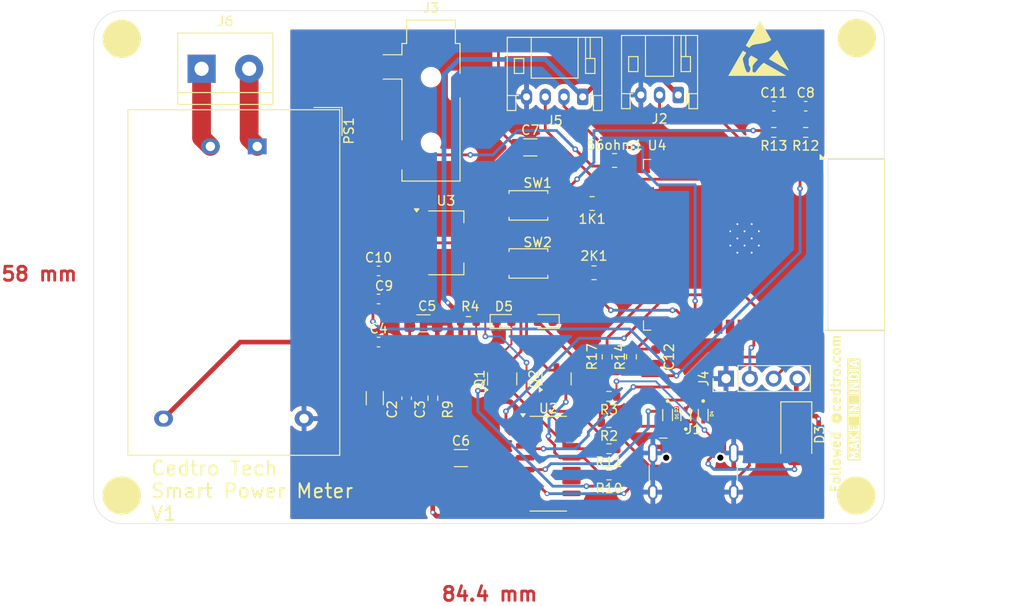
<source format=kicad_pcb>
(kicad_pcb (version 20241229) (generator "pcbnew") (generator_version "9.0")
  (layers (0 "F.Cu" signal) (2 "B.Cu" signal) (13 "F.Paste" user) (15 "B.Paste" user) (5 "F.SilkS" user "F.Silkscreen") (7 "B.SilkS" user "B.Silkscreen") (1 "F.Mask" user) (3 "B.Mask" user) (25 "Edge.Cuts" user))
  (net 0 "")
  (net 1 "GND")
  (net 2 "+5V")
  (net 3 "Net-(U3-VI)")
  (net 4 "Net-(U2-V3)")
  (net 5 "+3V3")
  (net 6 "ESP_3V3")
  (net 7 "EN")
  (net 8 "IO0")
  (net 9 "VBUS")
  (net 10 "Net-(D5-A)")
  (net 11 "Net-(D14-A)")
  (net 12 "Net-(J1-CC1)")
  (net 13 "D-")
  (net 14 "D+")
  (net 17 "Net-(J1-CC2)")
  (net 18 "N")
  (net 19 "P")
  (net 20 "SDA")
  (net 21 "SCL")
  (net 22 "Net-(Q1-B)")
  (net 23 "RTS")
  (net 24 "DTR")
  (net 25 "Net-(Q2-B)")
  (net 26 "LED{slash}IO2")
  (net 27 "RXD")
  (net 33 "TXD")
  (net 59 "Tx-PZEM")
  (net 60 "Net-(J5-Pin_3)")
  (net 61 "Vo")
  (net 62 "Net-(56ohm1-Pad1)")
  (net 63 "Current_Val")
  (net 65 "Rx-PZEM")
  (footprint "Connector_USB:USB_C_Receptacle_HCTL_HC-TYPE-C-16P-01A" (layer "F.Cu") (at 144.0125 92.36)
    (property "Reference" "J1")
    (property "Value" "USB_C_Receptacle_USB2.0_16P" (hide yes))
  )
  (footprint "Resistor_SMD:R_0603_1608Metric" (layer "F.Cu") (at 134.8125 78.975 90)
    (property "Reference" "R17")
    (property "Value" "2K2")
  )
  (footprint "Connector_PinHeader_2.54mm:PinHeader_1x04_P2.54mm_Vertical" (layer "F.Cu") (at 147.5125 81.3 90)
    (property "Reference" "J4")
    (property "Value" "Conn_01x04_Pin")
  )
  (footprint "Connector_JST:JST_PH_S3B-PH-K_1x03_P2.00mm_Horizontal" (layer "F.Cu") (at 142.4125 51 180)
    (property "Reference" "J2")
    (property "Value" "ACS712")
  )
  (footprint "Resistor_SMD:R_0603_1608Metric" (layer "F.Cu") (at 116.2125 83.4 90)
    (property "Reference" "R9")
    (property "Value" "0E")
  )
  (footprint "Package_TO_SOT_SMD:SOT-23" (layer "F.Cu") (at 129.4125 81.3375 90)
    (property "Reference" "Q2")
    (property "Value" "SS8050")
  )
  (footprint "TerminalBlock:TerminalBlock_bornier-2_P5.08mm" (layer "F.Cu") (at 91.52 48.2)
    (property "Reference" "J6")
    (property "Value" "Screw_Terminal_01x02")
  )
  (footprint "Capacitor_SMD:C_1206_3216Metric" (layer "F.Cu") (at 126.6125 56.6)
    (property "Reference" "C7")
    (property "Value" "10uF")
  )
  (footprint "Capacitor_SMD:C_1206_3216Metric" (layer "F.Cu") (at 115.2125 75.4)
    (property "Reference" "C5")
    (property "Value" "10uF")
  )
  (footprint "Resistor_SMD:R_0603_1608Metric" (layer "F.Cu") (at 135.0125 88.8 180)
    (property "Reference" "R11")
    (property "Value" "10k")
  )
  (footprint "Resistor_SMD:R_0603_1608Metric" (layer "F.Cu") (at 152.6125 55 180)
    (property "Reference" "R13")
    (property "Value" "10K")
  )
  (footprint "Package_SO:SOIC-16_3.9x9.9mm_P1.27mm" (layer "F.Cu") (at 128.5375 90.395)
    (property "Reference" "U2")
    (property "Value" "CH340C")
  )
  (footprint "LED_SMD:LED_0603_1608Metric" (layer "F.Cu") (at 128.2125 75.2 180)
    (property "Reference" "D14" (hide yes))
    (property "Value" "LED")
  )
  (footprint "Capacitor_SMD:C_0603_1608Metric" (layer "F.Cu") (at 156.0125 52.2)
    (property "Reference" "C8")
    (property "Value" "0.1uF")
  )
  (footprint "Resistor_SMD:R_0805_2012Metric" (layer "F.Cu") (at 135.6125 58)
    (property "Reference" "56ohm1")
    (property "Value" "56")
  )
  (footprint "Capacitor_SMD:C_0603_1608Metric" (layer "F.Cu") (at 140.0125 78.975 -90)
    (property "Reference" "C12")
    (property "Value" "0.1uf")
  )
  (footprint "Package_TO_SOT_SMD:SOT-223-3_TabPin2" (layer "F.Cu") (at 117.6125 66.8)
    (property "Reference" "U3")
    (property "Value" "AMS1117-3.3")
  )
  (footprint "somediode:TVS_LESD5D5.0CT1G" (layer "F.Cu") (at 141.2725 85.2 -90)
    (property "Reference" "D2")
    (property "Value" "LESD5D5.0CT1G")
  )
  (footprint "RF_Module:ESP32-WROOM-32" (layer "F.Cu") (at 148.5775 67.005 -90)
    (property "Reference" "U4")
    (property "Value" "ESP32-WROOM-32")
  )
  (footprint "somediode:TVS_LESD5D5.0CT1G" (layer "F.Cu") (at 145.0725 85.2 -90)
    (property "Reference" "D4")
    (property "Value" "LESD5D5.0CT1G")
  )
  (footprint "Capacitor_SMD:C_0603_1608Metric" (layer "F.Cu") (at 110.4125 77.4)
    (property "Reference" "C4")
    (property "Value" "10uF/25V")
  )
  (footprint "Resistor_SMD:R_0805_2012Metric" (layer "F.Cu") (at 133.2125 62.6 180)
    (property "Reference" "1K1")
    (property "Value" "1K")
  )
  (footprint "Package_TO_SOT_SMD:SOT-23" (layer "F.Cu") (at 123.6125 81.3375 90)
    (property "Reference" "Q1")
    (property "Value" "SS8050")
  )
  (footprint "somediode:TVS_LESD5D5.0CT1G" (layer "F.Cu") (at 143.2125 85.2 90)
    (property "Reference" "D1")
    (property "Value" "LESD5D5.0CT1G")
  )
  (footprint "Resistor_SMD:R_0603_1608Metric" (layer "F.Cu") (at 135.0125 83.2 180)
    (property "Reference" "R3")
    (property "Value" "5.1K")
  )
  (footprint "Capacitor_SMD:C_1206_3216Metric" (layer "F.Cu") (at 119.2125 89.8)
    (property "Reference" "C6")
    (property "Value" "10nf")
  )
  (footprint "Resistor_SMD:R_0603_1608Metric" (layer "F.Cu") (at 156.0125 55 180)
    (property "Reference" "R12")
    (property "Value" "0E")
  )
  (footprint "Resistor_SMD:R_0805_2012Metric" (layer "F.Cu") (at 133.4125 70)
    (property "Reference" "2K1")
    (property "Value" "56")
  )
  (footprint "Resistor_SMD:R_0603_1608Metric" (layer "F.Cu") (at 135.0125 86 180)
    (property "Reference" "R2")
    (property "Value" "5.1K")
  )
  (footprint "Capacitor_SMD:C_0603_1608Metric" (layer "F.Cu") (at 113.4125 83.4 -90)
    (property "Reference" "C3")
    (property "Value" "0.1uF")
  )
  (footprint "Resistor_SMD:R_0603_1608Metric" (layer "F.Cu") (at 120.0125 75.2 180)
    (property "Reference" "R4")
    (property "Value" "2K2")
  )
  (footprint "Resistor_SMD:R_0603_1608Metric" (layer "F.Cu") (at 137.4125 78.975 90)
    (property "Reference" "R14")
    (property "Value" "10k")
  )
  (footprint "LED_SMD:LED_0603_1608Metric" (layer "F.Cu") (at 123.8125 75.2)
    (property "Reference" "D5")
    (property "Value" "LED")
  )
  (footprint "Diode_SMD:D_SMA" (layer "F.Cu") (at 155.0125 87.3 -90)
    (property "Reference" "D3")
    (property "Value" "SS34")
  )
  (footprint "Capacitor_SMD:C_0603_1608Metric" (layer "F.Cu") (at 152.6125 52.2)
    (property "Reference" "C11")
    (property "Value" "0.1uf")
  )
  (footprint "Connector_JST:JST_PH_S4B-PH-K_1x04_P2.00mm_Horizontal" (layer "F.Cu") (at 132.2125 51.2 180)
    (property "Reference" "J5")
    (property "Value" "PZEM-004T")
  )
  (footprint "Connector_Audio:Jack_3.5mm_CUI_SJ-3523-SMT_Horizontal" (layer "F.Cu") (at 116.0125 51.6)
    (property "Reference" "J3")
    (property "Value" "AudioJack3")
  )
  (footprint "Capacitor_SMD:C_1206_3216Metric" (layer "F.Cu") (at 110.0125 83.4 -90)
    (property "Reference" "C2")
    (property "Value" "10uF")
  )
  (footprint "Resistor_SMD:R_0603_1608Metric" (layer "F.Cu") (at 135.0125 91.6 180)
    (property "Reference" "R10")
    (property "Value" "10k")
  )
  (footprint "Button_Switch_SMD:SW_Push_SPST_NO_Alps_SKRK" (layer "F.Cu") (at 126.4125 62.8)
    (property "Reference" "SW1")
    (property "Value" "SW_Push")
  )
  (footprint "Capacitor_SMD:C_0603_1608Metric" (layer "F.Cu") (at 110.4125 69.8)
    (property "Reference" "C10")
    (property "Value" "0.1uf")
  )
  (footprint "Converter_ACDC:Converter_ACDC_Hi-Link_HLK-PMxx" (layer "F.Cu") (at 97.4625 56.4975 -90)
    (property "Reference" "PS1")
    (property "Value" "HLK-PM01")
  )
  (footprint "Capacitor_SMD:C_0603_1608Metric" (layer "F.Cu") (at 110.4125 72.8)
    (property "Reference" "C9")
    (property "Value" "0.1uf")
  )
  (footprint "Button_Switch_SMD:SW_Push_SPST_NO_Alps_SKRK" (layer "F.Cu") (at 126.4125 69)
    (property "Reference" "SW2")
    (property "Value" "SW_Push")
  )
  (footprint "Symbol:ESD-Logo_6.6x6mm_SilkScreen" (layer "F.Cu") (at 151 46)
    (property "Reference" "REF**" (hide yes))
    (property "Value" "ESD-Logo_6.6x6mm_SilkScreen" (hide yes))
  )
  (gr_circle (center 83 93.8) (end 85 93.8) (stroke (width 0.1)) (fill yes) (layer "F.SilkS"))
  (gr_circle (center 161.4 93.8) (end 163.4 93.8) (stroke (width 0.1)) (fill yes) (layer "F.SilkS"))
  (gr_circle (center 161.478679 44.921321) (end 163.478679 44.921321) (stroke (width 0.1)) (fill yes) (layer "F.SilkS"))
  (gr_circle (center 83.000001 45.000001) (end 85.000001 45.000001) (stroke (width 0.1)) (fill yes) (layer "F.SilkS"))
  (gr_line (start 164.4 76.2) (end 158.4 76.2) (stroke (width 0.05)) (layer "Edge.Cuts"))
  (gr_arc (start 164.4 93.8) (mid 163.52132 95.92132) (end 161.4 96.8) (stroke (width 0.05)) (layer "Edge.Cuts"))
  (gr_line (start 158.399999 57.8) (end 158.4 76.2) (stroke (width 0.05)) (layer "Edge.Cuts"))
  (gr_line (start 80 45) (end 80 93.8) (stroke (width 0.05)) (layer "Edge.Cuts"))
  (gr_line (start 164.399999 44.92132) (end 164.4 57.8) (stroke (width 0.05)) (layer "Edge.Cuts"))
  (gr_arc (start 161.47868 42) (mid 163.544365 42.855635) (end 164.4 44.92132) (stroke (width 0.05)) (layer "Edge.Cuts"))
  (gr_line (start 83 42) (end 161.4787 42) (stroke (width 0.05)) (layer "Edge.Cuts"))
  (gr_line (start 164.4 93.8) (end 164.4 76.2) (stroke (width 0.05)) (layer "Edge.Cuts"))
  (gr_arc (start 83 96.8) (mid 80.87868 95.92132) (end 80 93.8) (stroke (width 0.05)) (layer "Edge.Cuts"))
  (gr_line (start 83 96.8) (end 161.4 96.8) (stroke (width 0.05)) (layer "Edge.Cuts"))
  (gr_arc (start 80 45) (mid 80.87868 42.87868) (end 83 42) (stroke (width 0.05)) (layer "Edge.Cuts"))
  (gr_line (start 164.4 57.8) (end 158.4 57.8) (stroke (width 0.05)) (layer "Edge.Cuts"))
  (gr_text "84.4 mm" (at 117 105.2 0) (layer "F.Cu") (effects (font (size 1.5 1.5) (thickness 0.3) (bold yes)) (justify left bottom)))
  (gr_text "58 mm\n" (at 70 71 0) (layer "F.Cu") (effects (font (size 1.5 1.5) (thickness 0.3) (bold yes)) (justify left bottom)))
  (gr_text "Followed @cedtro.com" (at 159.8 93.6 90) (layer "F.SilkS") (effects (font (size 1 1) (thickness 0.2) (bold yes)) (justify left bottom)))
  (gr_text "Cedtro Tech\nSmart Power Meter\nV1" (at 86 96.6 0) (layer "F.SilkS") (effects (font (size 1.5 1.5) (thickness 0.2) (bold yes)) (justify left bottom)))
  (gr_text "MAKE IN INDIA" (at 161.8 90.2 90) (layer "F.SilkS" knockout) (effects (font (size 1 1) (thickness 0.2) (bold yes)) (justify left bottom)))
  (segment (start 140.8125 49.4) (end 142.4125 51) (width 0.5) (layer "F.Cu") (net 2))
  (segment (start 132.2125 51.2) (end 134.0125 49.4) (width 0.5) (layer "F.Cu") (net 2))
  (segment (start 119.1875 81.25) (end 119.1875 75.2) (width 0.5) (layer "F.Cu") (net 2))
  (segment (start 109.6375 77.4) (end 109.6375 81.55) (width 0.5) (layer "F.Cu") (net 2))
  (segment (start 95.64 77.4) (end 109.6375 77.4) (width 0.5) (layer "F.Cu") (net 2))
  (segment (start 116.2 95.6) (end 116.6 96) (width 0.5) (layer "F.Cu") (net 2))
  (segment (start 114.6125 82.625) (end 116.2125 84.225) (width 0.5) (layer "F.Cu") (net 2))
  (segment (start 113.4125 82.625) (end 114.6125 82.625) (width 0.5) (layer "F.Cu") (net 2))
  (segment (start 116.6 96) (end 151.8 96) (width 0.5) (layer "F.Cu") (net 2))
  (segment (start 157.4 90.4) (end 157.4 85.6) (width 0.5) (layer "F.Cu") (net 2))
  (segment (start 155.1325 85.18) (end 155.0125 85.3) (width 0.3) (layer "F.Cu") (net 2))
  (segment (start 155.0125 81.42) (end 155.1325 81.3) (width 0.3) (layer "F.Cu") (net 2))
  (segment (start 157.1 85.3) (end 157.4 85.6) (width 0.5) (layer "F.Cu") (net 2))
  (segment (start 119.1875 75.2) (end 119.1875 74.5875) (width 0.5) (layer "F.Cu") (net 2))
  (segment (start 116.2125 84.225) (end 116.2 84.2375) (width 0.3) (layer "F.Cu") (net 2))
  (segment (start 119.1875 74.5875) (end 117.8 73.2) (width 0.5) (layer "F.Cu") (net 2))
  (segment (start 116.2125 84.225) (end 119.1875 81.25) (width 0.55) (layer "F.Cu") (net 2))
  (segment (start 116.2 84.2375) (end 116.2 95.6) (width 0.5) (layer "F.Cu") (net 2))
  (segment (start 87.4625 85.5775) (end 95.64 77.4) (width 0.5) (layer "F.Cu") (net 2))
  (segment (start 155.0125 85.3) (end 157.1 85.3) (width 0.5) (layer "F.Cu") (net 2))
  (segment (start 109.6375 81.55) (end 110.0125 81.925) (width 0.5) (layer "F.Cu") (net 2))
  (segment (start 151.8 96) (end 157.4 90.4) (width 0.5) (layer "F.Cu") (net 2))
  (segment (start 134.0125 49.4) (end 140.8125 49.4) (width 0.5) (layer "F.Cu") (net 2))
  (segment (start 112.7125 81.925) (end 113.4125 82.625) (width 0.5) (layer "F.Cu") (net 2))
  (segment (start 155.0125 85.3) (end 155.0125 81.42) (width 0.5) (layer "F.Cu") (net 2))
  (segment (start 110.0125 81.925) (end 112.7125 81.925) (width 0.5) (layer "F.Cu") (net 2))
  (via (at 117.8 73.2) (size 0.5) (drill 0.3) (layers "F.Cu" "B.Cu") (net 2))
  (via (at 157.4 85.6) (size 0.5) (drill 0.3) (layers "F.Cu" "B.Cu") (net 2))
  (via (at 116.2 95.6) (size 0.5) (drill 0.3) (layers "F.Cu" "B.Cu") (net 2))
  (segment (start 117.4 48.8) (end 119 47.2) (width 0.5) (layer "B.Cu") (net 2))
  (segment (start 117.4 72.8) (end 117.4 48.8) (width 0.5) (layer "B.Cu") (net 2))
  (segment (start 128.2125 47.2) (end 132.2125 51.2) (width 0.5) (layer "B.Cu") (net 2))
  (segment (start 117.8 73.2) (end 117.4 72.8) (width 0.5) (layer "B.Cu") (net 2))
  (segment (start 119 47.2) (end 128.2125 47.2) (width 0.5) (layer "B.Cu") (net 2))
  (segment (start 113.7375 80.1) (end 116.2125 82.575) (width 0.3) (layer "F.Cu") (net 3))
  (segment (start 114.4625 69.1) (end 114.4625 74.675) (width 0.3) (layer "F.Cu") (net 3))
  (segment (start 114.4625 74.675) (end 113.7375 75.4) (width 0.3) (layer "F.Cu") (net 3))
  (segment (start 113.7375 75.4) (end 113.7375 80.1) (width 0.3) (layer "F.Cu") (net 3))
  (segment (start 126.0225 89.8) (end 126.0625 89.76) (width 0.3) (layer "F.Cu") (net 4))
  (segment (start 120.6875 89.8) (end 126.0225 89.8) (width 0.3) (layer "F.Cu") (net 4))
  (segment (start 121.8125 67.85) (end 120.7625 66.8) (width 0.2) (layer "F.Cu") (net 5))
  (segment (start 121.8125 76.8) (end 121.8125 67.85) (width 0.2) (layer "F.Cu") (net 5))
  (segment (start 125.1375 56.6) (end 123.2125 54.675) (width 0.3) (layer "F.Cu") (net 5))
  (segment (start 120.7625 60.975) (end 125.1375 56.6) (width 0.3) (layer "F.Cu") (net 5))
  (segment (start 129.5625 85.95) (end 126.2125 82.6) (width 0.2) (layer "F.Cu") (net 5))
  (segment (start 123.2125 46.2) (end 149.2375 46.2) (width 0.3) (layer "F.Cu") (net 5))
  (segment (start 120.7625 66.8) (end 120.7625 60.975) (width 0.3) (layer "F.Cu") (net 5))
  (segment (start 149.2375 46.2) (end 155.2375 52.2) (width 0.3) (layer "F.Cu") (net 5))
  (segment (start 123.2125 54.675) (end 123.2125 46.2) (width 0.3) (layer "F.Cu") (net 5))
  (segment (start 155.2375 52.2) (end 155.2375 53.4) (width 0.3) (layer "F.Cu") (net 5))
  (segment (start 155.2375 53.4) (end 156.8375 55) (width 0.3) (layer "F.Cu") (net 5))
  (segment (start 114.4625 66.8) (end 120.7625 66.8) (width 0.3) (layer "F.Cu") (net 5))
  (segment (start 126.2125 82.6) (end 126.2125 79.6) (width 0.2) (layer "F.Cu") (net 5))
  (segment (start 131.0125 85.95) (end 129.5625 85.95) (width 0.2) (layer "F.Cu") (net 5))
  (via (at 121.8125 76.8) (size 0.6) (drill 0.3) (layers "F.Cu" "B.Cu") (net 5))
  (via (at 126.2125 79.6) (size 0.6) (drill 0.3) (layers "F.Cu" "B.Cu") (net 5))
  (segment (start 126.2125 79.6) (end 123.4125 76.8) (width 0.2) (layer "B.Cu") (net 5))
  (segment (start 123.4125 76.8) (end 121.8125 76.8) (width 0.2) (layer "B.Cu") (net 5))
  (segment (start 155.4125 58.4) (end 155.5575 58.255) (width 0.3) (layer "F.Cu") (net 6))
  (segment (start 109.6375 72.8) (end 109.6375 69.8) (width 0.3) (layer "F.Cu") (net 6))
  (segment (start 155.5575 55.545) (end 155.5575 58.255) (width 0.3) (layer "F.Cu") (net 6))
  (segment (start 109.8125 72.975) (end 109.6375 72.8) (width 0.3) (layer "F.Cu") (net 6))
  (segment (start 137.4125 79.8) (end 138.6125 81) (width 0.3) (layer "F.Cu") (net 6))
  (segment (start 155.1875 55.175) (end 155.5575 55.545) (width 0.3) (layer "F.Cu") (net 6))
  (segment (start 155.1875 55) (end 153.4375 55) (width 0.3) (layer "F.Cu") (net 6))
  (segment (start 138.6125 81) (end 142.2125 81) (width 0.3) (layer "F.Cu") (net 6))
  (segment (start 109.8125 75.2) (end 109.8125 72.975) (width 0.3) (layer "F.Cu") (net 6))
  (segment (start 155.1875 55) (end 155.1875 55.175) (width 0.3) (layer "F.Cu") (net 6))
  (segment (start 155.4125 61) (end 155.4125 58.4) (width 0.3) (layer "F.Cu") (net 6))
  (via (at 109.8125 75.2) (size 0.6) (drill 0.3) (layers "F.Cu" "B.Cu") (net 6))
  (via (at 142.2125 81) (size 0.6) (drill 0.3) (layers "F.Cu" "B.Cu") (net 6))
  (via (at 155.4125 61) (size 0.6) (drill 0.3) (layers "F.Cu" "B.Cu") (net 6))
  (segment (start 110.6125 76) (end 109.8125 75.2) (width 0.3) (layer "B.Cu") (net 6))
  (segment (start 132.4125 76) (end 110.6125 76) (width 0.3) (layer "B.Cu") (net 6))
  (segment (start 142.2125 81) (end 137.2125 76) (width 0.3) (layer "B.Cu") (net 6))
  (segment (start 142.2125 81) (end 155.4125 67.8) (width 0.3) (layer "B.Cu") (net 6))
  (segment (start 137.2125 76) (end 132.4125 76) (width 0.3) (layer "B.Cu") (net 6))
  (segment (start 155.4125 67.8) (end 155.4125 61) (width 0.3) (layer "B.Cu") (net 6))
  (segment (start 125.6125 78.4) (end 123.6125 80.4) (width 0.3) (layer "F.Cu") (net 7))
  (segment (start 154.2875 57.205) (end 153.4825 56.4) (width 0.3) (layer "F.Cu") (net 7))
  (segment (start 128.5125 62.8) (end 128.8125 62.8) (width 0.3) (layer "F.Cu") (net 7))
  (segment (start 151.8375 56.375) (end 151.8375 52.2) (width 0.3) (layer "F.Cu") (net 7))
  (segment (start 153.4825 56.4) (end 151.8125 56.4) (width 0.3) (layer "F.Cu") (net 7))
  (segment (start 125.6125 65.7) (end 125.6125 78.4) (width 0.3) (layer "F.Cu") (net 7))
  (segment (start 150.4125 54.8) (end 151.5875 54.8) (width 0.3) (layer "F.Cu") (net 7))
  (segment (start 151.8125 56.4) (end 151.8375 56.375) (width 0.3) (layer "F.Cu") (net 7))
  (segment (start 151.5875 54.8) (end 151.7875 55) (width 0.3) (layer "F.Cu") (net 7))
  (segment (start 154.2875 58.255) (end 154.2875 57.205) (width 0.3) (layer "F.Cu") (net 7))
  (segment (start 128.8125 62.8) (end 131.6125 60) (width 0.3) (layer "F.Cu") (net 7))
  (segment (start 128.5125 62.8) (end 125.6125 65.7) (width 0.3) (layer "F.Cu") (net 7))
  (via (at 131.6125 60) (size 0.6) (drill 0.3) (layers "F.Cu" "B.Cu") (net 7))
  (via (at 150.4125 54.8) (size 0.6) (drill 0.3) (layers "F.Cu" "B.Cu") (net 7))
  (segment (start 131.6125 60) (end 133.4125 58.2) (width 0.3) (layer "B.Cu") (net 7))
  (segment (start 133.4125 58.2) (end 133.4125 54.8) (width 0.3) (layer "B.Cu") (net 7))
  (segment (start 133.4125 54.8) (end 150.4125 54.8) (width 0.3) (layer "B.Cu") (net 7))
  (segment (start 140.3175 75.755) (end 137.9225 78.15) (width 0.3) (layer "F.Cu") (net 8))
  (segment (start 137.9225 78.15) (end 137.4125 78.15) (width 0.3) (layer "F.Cu") (net 8))
  (segment (start 126.2125 71.3) (end 126.2125 78) (width 0.3) (layer "F.Cu") (net 8))
  (segment (start 126.2125 78) (end 128.6125 80.4) (width 0.3) (layer "F.Cu") (net 8))
  (segment (start 137.4125 78.15) (end 139.9625 78.15) (width 0.3) (layer "F.Cu") (net 8))
  (segment (start 129.8125 80.8) (end 136.0125 80.8) (width 0.3) (layer "F.Cu") (net 8))
  (segment (start 128.5125 69) (end 126.2125 71.3) (width 0.3) (layer "F.Cu") (net 8))
  (segment (start 128.6125 80.4) (end 129.4125 80.4) (width 0.3) (layer "F.Cu") (net 8))
  (segment (start 129.4125 80.4) (end 129.8125 80.8) (width 0.3) (layer "F.Cu") (net 8))
  (segment (start 136.0125 79.55) (end 137.4125 78.15) (width 0.3) (layer "F.Cu") (net 8))
  (segment (start 136.0125 80.8) (end 136.0125 79.55) (width 0.3) (layer "F.Cu") (net 8))
  (segment (start 139.9625 78.15) (end 140.0125 78.2) (width 0.3) (layer "F.Cu") (net 8))
  (segment (start 137.4125 83.6) (end 137.4125 86.4) (width 0.3) (layer "F.Cu") (net 9))
  (segment (start 141.6125 87.965001) (end 141.6125 88.615) (width 0.3) (layer "F.Cu") (net 9))
  (segment (start 146.4125 88.615) (end 146.4125 89.218281) (width 0.3) (layer "F.Cu") (net 9))
  (segment (start 140.047499 86.4) (end 141.6125 87.965001) (width 0.3) (layer "F.Cu") (net 9))
  (segment (start 145.6125 90.018281) (end 145.6125 90.4) (width 0.3) (layer "F.Cu") (net 9))
  (segment (start 155.0125 89.3) (end 149.3125 83.6) (width 0.3) (layer "F.Cu") (net 9))
  (segment (start 144.1525 83.6) (end 137.4125 83.6) (width 0.3) (layer "F.Cu") (net 9))
  (segment (start 149.3125 83.6) (end 144.1525 83.6) (width 0.3) (layer "F.Cu") (net 9))
  (segment (start 144.1525 83.6) (end 143.2125 84.54) (width 0.3) (layer "F.Cu") (net 9))
  (segment (start 137.4125 86.4) (end 140.047499 86.4) (width 0.3) (layer "F.Cu") (net 9))
  (segment (start 154.8125 89.5) (end 155.0125 89.3) (width 0.3) (layer "F.Cu") (net 9))
  (segment (start 154.8125 91) (end 154.8125 89.5) (width 0.3) (layer "F.Cu") (net 9))
  (segment (start 146.4125 89.218281) (end 145.6125 90.018281) (width 0.3) (layer "F.Cu") (net 9))
  (via (at 145.6125 90.4) (size 0.6) (drill 0.3) (layers "F.Cu" "B.Cu") (net 9))
  (via (at 154.8125 91) (size 0.6) (drill 0.3) (layers "F.Cu" "B.Cu") (net 9))
  (segment (start 146.2125 91) (end 154.8125 91) (width 0.3) (layer "B.Cu") (net 9))
  (segment (start 145.6125 90.4) (end 146.2125 91) (width 0.3) (layer "B.Cu") (net 9))
  (segment (start 124.6 77.6125) (end 124.6 75.2) (width 0.2) (layer "F.Cu") (net 10))
  (segment (start 124.0125 78.2) (end 124.6 77.6125) (width 0.2) (layer "F.Cu") (net 10))
  (segment (start 120.8375 78.025) (end 121.0125 78.2) (width 0.2) (layer "F.Cu") (net 10))
  (segment (start 120.8375 75.2) (end 120.8375 78.025) (width 0.2) (layer "F.Cu") (net 10))
  (segment (start 121.0125 78.2) (end 124.0125 78.2) (width 0.2) (layer "F.Cu") (net 10))
  (segment (start 134.8125 79.8) (end 132.025 79.8) (width 0.3) (layer "F.Cu") (net 11))
  (segment (start 132.025 79.8) (end 127.425 75.2) (width 0.3) (layer "F.Cu") (net 11))
  (segment (start 142.7625 89.369534) (end 142.7625 88.615) (width 0.3) (layer "F.Cu") (net 12))
  (segment (start 135.8375 87.153496) (end 139.340004 90.656) (width 0.3) (layer "F.Cu") (net 12))
  (segment (start 141.476034 90.656) (end 142.7625 89.369534) (width 0.3) (layer "F.Cu") (net 12))
  (segment (start 139.340004 90.656) (end 141.476034 90.656) (width 0.3) (layer "F.Cu") (net 12))
  (segment (start 135.8375 86) (end 135.8375 87.153496) (width 0.3) (layer "F.Cu") (net 12))
  (segment (start 127.1 92.3) (end 128.4 93.6) (width 0.3) (layer "F.Cu") (net 13))
  (segment (start 144.2125 91.8) (end 143.8125 91.4) (width 0.3) (layer "F.Cu") (net 13))
  (segment (start 143.8125 89.819534) (end 143.832034 89.8) (width 0.3) (layer "F.Cu") (net 13))
  (segment (start 143.8125 91.4) (end 143.4125 91.8) (width 0.3) (layer "F.Cu") (net 13))
  (segment (start 143.2625 88.615) (end 143.2625 89.45) (width 0.3) (layer "F.Cu") (net 13))
  (segment (start 150 87.3875) (end 150 90.6) (width 0.3) (layer "F.Cu") (net 13))
  (segment (start 143.6125 89.8) (end 143.832034 89.8) (width 0.3) (layer "F.Cu") (net 13))
  (segment (start 137.8125 91.8) (end 137.6125 92) (width 0.3) (layer "F.Cu") (net 13))
  (segment (start 150 90.6) (end 148.8 91.8) (width 0.3) (layer "F.Cu") (net 13))
  (segment (start 143.832034 89.8) (end 144.2625 89.369534) (width 0.3) (layer "F.Cu") (net 13))
  (segment (start 126.0625 92.3) (end 127.1 92.3) (width 0.3) (layer "F.Cu") (net 13))
  (segment (start 143.8125 91.4) (end 143.8125 89.819534) (width 0.3) (layer "F.Cu") (net 13))
  (segment (start 137.6125 92) (end 137.6125 92.5875) (width 0.3) (layer "F.Cu") (net 13))
  (segment (start 143.2625 89.45) (end 143.6125 89.8) (width 0.3) (layer "F.Cu") (net 13))
  (segment (start 144.2625 88.615) (end 144.2625 89.369534) (width 0.3) (layer "F.Cu") (net 13))
  (segment (start 137.6125 92.5875) (end 136.6 93.6) (width 0.3) (layer "F.Cu") (net 13))
  (segment (start 143.4125 91.8) (end 137.8125 91.8) (width 0.3) (layer "F.Cu") (net 13))
  (segment (start 148.8 91.8) (end 144.2125 91.8) (width 0.3) (layer "F.Cu") (net 13))
  (segment (start 145.0725 85.86) (end 148.4725 85.86) (width 0.3) (layer "F.Cu") (net 13))
  (segment (start 148.4725 85.86) (end 150 87.3875) (width 0.3) (layer "F.Cu") (net 13))
  (via (at 136.6 93.6) (size 0.5) (drill 0.3) (layers "F.Cu" "B.Cu") (net 13))
  (via (at 128.4 93.6) (size 0.5) (drill 0.3) (layers "F.Cu" "B.Cu") (net 13))
  (segment (start 128.4 93.6) (end 136.6 93.6) (width 0.3) (layer "B.Cu") (net 13))
  (segment (start 139.2125 84.8) (end 140.2125 84.8) (width 0.3) (layer "F.Cu") (net 14))
  (segment (start 143.7625 88.615) (end 143.7625 87.85) (width 0.3) (layer "F.Cu") (net 14))
  (segment (start 144.2125 87.6) (end 143.0125 87.6) (width 0.3) (layer "F.Cu") (net 14))
  (segment (start 143.7625 87.85) (end 144.0125 87.6) (width 0.3) (layer "F.Cu") (net 14))
  (segment (start 128.1825 91.03) (end 128.2125 91) (width 0.3) (layer "F.Cu") (net 14))
  (segment (start 144.2125 87.6) (end 144.6125 87.6) (width 0.3) (layer "F.Cu") (net 14))
  (segment (start 144.0125 87.6) (end 144.2125 87.6) (width 0.3) (layer "F.Cu") (net 14))
  (segment (start 143.0125 87.6) (end 141.2725 85.86) (width 0.3) (layer "F.Cu") (net 14))
  (segment (start 126.0625 91.03) (end 128.1825 91.03) (width 0.3) (layer "F.Cu") (net 14))
  (segment (start 144.6125 87.6) (end 144.7625 87.75) (width 0.3) (layer "F.Cu") (net 14))
  (segment (start 140.2125 84.8) (end 141.2725 85.86) (width 0.3) (layer "F.Cu") (net 14))
  (segment (start 144.7625 87.75) (end 144.7625 88.615) (width 0.3) (layer "F.Cu") (net 14))
  (via (at 139.2125 84.8) (size 0.6) (drill 0.3) (layers "F.Cu" "B.Cu") (net 14))
  (via (at 128.2125 91) (size 0.6) (drill 0.3) (layers "F.Cu" "B.Cu") (net 14))
  (segment (start 128.8125 90.4) (end 135.4125 90.4) (width 0.3) (layer "B.Cu") (net 14))
  (segment (start 139.2125 86.6) (end 139.2125 84.8) (width 0.3) (layer "B.Cu") (net 14))
  (segment (start 128.2125 91) (end 128.8125 90.4) (width 0.3) (layer "B.Cu") (net 14))
  (segment (start 135.4125 90.4) (end 139.2125 86.6) (width 0.3) (layer "B.Cu") (net 14))
  (segment (start 136.0125 83.025) (end 135.8375 83.2) (width 0.3) (layer "F.Cu") (net 17))
  (segment (start 135.8125 81.6) (end 135.8125 83.175) (width 0.2) (layer "F.Cu") (net 17))
  (segment (start 135.8125 83.175) (end 135.8375 83.2) (width 0.2) (layer "F.Cu") (net 17))
  (segment (start 145.7625 88.615) (end 145.7625 87.35) (width 0.2) (layer "F.Cu") (net 17))
  (segment (start 145.7625 87.35) (end 145.2125 86.8) (width 0.2) (layer "F.Cu") (net 17))
  (via (at 135.8125 81.6) (size 0.6) (drill 0.3) (layers "F.Cu" "B.Cu") (net 17))
  (via (at 145.2125 86.8) (size 0.6) (drill 0.3) (layers "F.Cu" "B.Cu") (net 17))
  (segment (start 145.2125 86.8) (end 140.0125 81.6) (width 0.2) (layer "B.Cu") (net 17))
  (segment (start 140.0125 81.6) (end 135.8125 81.6) (width 0.2) (layer "B.Cu") (net 17))
  (segment (start 91.52 55.555) (end 92.4625 56.4975) (width 2) (layer "F.Cu") (net 18))
  (segment (start 91.52 48.2) (end 91.52 55.555) (width 2) (layer "F.Cu") (net 18))
  (segment (start 96.6 48.2) (end 96.6 55.635) (width 2) (layer "F.Cu") (net 19))
  (segment (start 96.6 55.635) (end 97.4625 56.4975) (width 2) (layer "F.Cu") (net 19))
  (segment (start 150.4775 75.755) (end 150.4775 77.735) (width 0.3) (layer "F.Cu") (net 20))
  (segment (start 150.6125 75.89) (end 150.4775 75.755) (width 0.3) (layer "F.Cu") (net 20))
  (segment (start 150.0525 81.3) (end 150.6125 80.74) (width 0.3) (layer "F.Cu") (net 20))
  (segment (start 150.4775 77.735) (end 150.2125 78) (width 0.3) (layer "F.Cu") (net 20))
  (via (at 150.2125 78) (size 0.6) (drill 0.3) (layers "F.Cu" "B.Cu") (net 20))
  (segment (start 150.2125 78) (end 150.0525 78.16) (width 0.3) (layer "B.Cu") (net 20))
  (segment (start 150.0525 78.16) (end 150.0525 81.3) (width 0.3) (layer "B.Cu") (net 20))
  (segment (start 154.2875 79.605) (end 154.2875 75.755) (width 0.3) (layer "F.Cu") (net 21))
  (segment (start 152.5925 81.3) (end 154.2875 79.605) (width 0.3) (layer "F.Cu") (net 21))
  (segment (start 135.8375 92.375) (end 135.8375 91.6) (width 0.3) (layer "F.Cu") (net 22))
  (segment (start 121.0125 82.6) (end 122.3375 82.6) (width 0.3) (layer "F.Cu") (net 22))
  (segment (start 135.4125 92.8) (end 135.8375 92.375) (width 0.3) (layer "F.Cu") (net 22))
  (segment (start 132.6 92.8) (end 135.4125 92.8) (width 0.3) (layer "F.Cu") (net 22))
  (segment (start 122.3375 82.6) (end 122.6625 82.275) (width 0.3) (layer "F.Cu") (net 22))
  (via (at 132.6 92.8) (size 0.6) (drill 0.3) (layers "F.Cu" "B.Cu") (net 22))
  (via (at 121.0125 82.6) (size 0.6) (drill 0.3) (layers "F.Cu" "B.Cu") (net 22))
  (segment (start 129.0125 92.8) (end 121.0125 84.8) (width 0.3) (layer "B.Cu") (net 22))
  (segment (start 132.6 92.8) (end 129.0125 92.8) (width 0.3) (layer "B.Cu") (net 22))
  (segment (start 121.0125 84.8) (end 121.0125 82.6) (width 0.3) (layer "B.Cu") (net 22))
  (segment (start 131.3225 88.8) (end 131.0125 88.49) (width 0.3) (layer "F.Cu") (net 23))
  (segment (start 130.5025 88.49) (end 124.5625 82.55) (width 0.3) (layer "F.Cu") (net 23))
  (segment (start 124.5625 82.55) (end 124.5625 82.275) (width 0.3) (layer "F.Cu") (net 23))
  (segment (start 131.0125 88.49) (end 130.5025 88.49) (width 0.3) (layer "F.Cu") (net 23))
  (segment (start 134.1875 88.8) (end 131.3225 88.8) (width 0.3) (layer "F.Cu") (net 23))
  (segment (start 129.2125 88.4) (end 129.2125 89.2) (width 0.3) (layer "F.Cu") (net 24))
  (segment (start 130.4125 82.325) (end 130.3625 82.275) (width 0.3) (layer "F.Cu") (net 24))
  (segment (start 134.1875 91.6) (end 132.3475 89.76) (width 0.3) (layer "F.Cu") (net 24))
  (segment (start 129.7725 89.76) (end 131.0125 89.76) (width 0.3) (layer "F.Cu") (net 24))
  (segment (start 128.55288 87.45962) (end 128.55288 87.74038) (width 0.3) (layer "F.Cu") (net 24))
  (segment (start 130.4125 83.8) (end 130.4125 82.325) (width 0.3) (layer "F.Cu") (net 24))
  (segment (start 129.2125 89.2) (end 129.7725 89.76) (width 0.3) (layer "F.Cu") (net 24))
  (segment (start 128.55288 87.74038) (end 129.2125 88.4) (width 0.3) (layer "F.Cu") (net 24))
  (segment (start 132.3475 89.76) (end 131.0125 89.76) (width 0.3) (layer "F.Cu") (net 24))
  (via (at 128.55288 87.45962) (size 0.6) (drill 0.3) (layers "F.Cu" "B.Cu") (net 24))
  (via (at 130.4125 83.8) (size 0.6) (drill 0.3) (layers "F.Cu" "B.Cu") (net 24))
  (segment (start 128.55288 87.45962) (end 128.6125 87.4) (width 0.3) (layer "B.Cu") (net 24))
  (segment (start 128.6125 87.4) (end 128.6125 85.6) (width 0.3) (layer "B.Cu") (net 24))
  (segment (start 128.6125 85.6) (end 130.4125 83.8) (width 0.3) (layer "B.Cu") (net 24))
  (segment (start 135.6125 88.8) (end 135.8375 88.8) (width 0.3) (layer "F.Cu") (net 25))
  (segment (start 131.6125 84.8) (end 135.6125 88.8) (width 0.3) (layer "F.Cu") (net 25))
  (segment (start 128.4625 82.275) (end 128.4625 84.05) (width 0.3) (layer "F.Cu") (net 25))
  (segment (start 129.2125 84.8) (end 131.6125 84.8) (width 0.3) (layer "F.Cu") (net 25))
  (segment (start 128.4625 84.05) (end 129.2125 84.8) (width 0.3) (layer "F.Cu") (net 25))
  (segment (start 134.8125 76.98) (end 139.0675 72.725) (width 0.3) (layer "F.Cu") (net 26))
  (segment (start 134.8125 78.15) (end 134.8125 76.98) (width 0.3) (layer "F.Cu") (net 26))
  (segment (start 151.7475 74.705) (end 149.3915 72.349) (width 0.3) (layer "F.Cu") (net 27))
  (segment (start 141.2635 72.349) (end 136.6125 77) (width 0.3) (layer "F.Cu") (net 27))
  (segment (start 124.0125 86.8) (end 124.4325 87.22) (width 0.3) (layer "F.Cu") (net 27))
  (segment (start 124.4325 87.22) (end 126.0625 87.22) (width 0.3) (layer "F.Cu") (net 27))
  (segment (start 151.7475 75.755) (end 151.7475 74.705) (width 0.3) (layer "F.Cu") (net 27))
  (segment (start 149.3915 72.349) (end 141.2635 72.349) (width 0.3) (layer "F.Cu") (net 27))
  (segment (start 124.0125 84.8) (end 124.0125 86.8) (width 0.3) (layer "F.Cu") (net 27))
  (via (at 124.0125 84.8) (size 0.6) (drill 0.3) (layers "F.Cu" "B.Cu") (net 27))
  (via (at 136.6125 77) (size 0.6) (drill 0.3) (layers "F.Cu" "B.Cu") (net 27))
  (segment (start 136.6125 77) (end 131.8125 77) (width 0.3) (layer "B.Cu") (net 27))
  (segment (start 131.8125 77) (end 124.0125 84.8) (width 0.3) (layer "B.Cu") (net 27))
  (segment (start 142.8125 82.2) (end 137.6125 82.2) (width 0.3) (layer "F.Cu") (net 33))
  (segment (start 146.0125 79) (end 142.8125 82.2) (width 0.3) (layer "F.Cu") (net 33))
  (segment (start 128.0125 88.8) (end 126.3725 88.8) (width 0.3) (layer "F.Cu") (net 33))
  (segment (start 153.0175 76.805) (end 150.8225 79) (width 0.3) (layer "F.Cu") (net 33))
  (segment (start 126.3725 88.8) (end 126.0625 88.49) (width 0.3) (layer "F.Cu") (net 33))
  (segment (start 150.8225 79) (end 146.0125 79) (width 0.3) (layer "F.Cu") (net 33))
  (segment (start 153.0175 75.755) (end 153.0175 76.805) (width 0.3) (layer "F.Cu") (net 33))
  (via (at 128.0125 88.8) (size 0.6) (drill 0.3) (layers "F.Cu" "B.Cu") (net 33))
  (via (at 137.6125 82.2) (size 0.6) (drill 0.3) (layers "F.Cu" "B.Cu") (net 33))
  (segment (start 132.8125 87.4) (end 131.4125 88.8) (width 0.3) (layer "B.Cu") (net 33))
  (segment (start 132.8125 87) (end 132.8125 87.4) (width 0.3) (layer "B.Cu") (net 33))
  (segment (start 137.6125 82.2) (end 132.8125 87) (width 0.3) (layer "B.Cu") (net 33))
  (segment (start 131.4125 88.8) (end 128.0125 88.8) (width 0.3) (layer "B.Cu") (net 33))
  (segment (start 132.5 70) (end 132.5 71.2875) (width 0.3) (layer "F.Cu") (net 59))
  (segment (start 142.2 74) (end 142.6125 74.4125) (width 0.3) (layer "F.Cu") (net 59))
  (segment (start 132.5 71.2875) (end 135.2125 74) (width 0.3) (layer "F.Cu") (net 59))
  (segment (start 132.5 62.8) (end 132.3 62.6) (width 0.3) (layer "F.Cu") (net 59))
  (segment (start 142.6125 74.4125) (end 142.6125 75.51) (width 0.3) (layer "F.Cu") (net 59))
  (segment (start 141.8 74) (end 142.2 74) (width 0.3) (layer "F.Cu") (net 59))
  (segment (start 142.6125 75.51) (end 142.8575 75.755) (width 0.3) (layer "F.Cu") (net 59))
  (segment (start 132.5 70) (end 132.5 62.8) (width 0.3) (layer "F.Cu") (net 59))
  (via (at 141.8 74) (size 0.6) (drill 0.3) (layers "F.Cu" "B.Cu") (net 59))
  (via (at 135.2125 74) (size 0.6) (drill 0.3) (layers "F.Cu" "B.Cu") (net 59))
  (segment (start 135.2125 74) (end 141.8 74) (width 0.3) (layer "B.Cu") (net 59))
  (segment (start 128.2125 54.720654) (end 128.2125 51.2) (width 0.3) (layer "F.Cu") (net 60))
  (segment (start 136.2125 60.8) (end 134.291846 60.8) (width 0.3) (layer "F.Cu") (net 60))
  (segment (start 136.2125 65.4) (end 136.2125 60.8) (width 0.3) (layer "F.Cu") (net 60))
  (segment (start 134.325 67.2875) (end 136.2125 65.4) (width 0.3) (layer "F.Cu") (net 60))
  (segment (start 134.325 70) (end 134.325 67.2875) (width 0.3) (layer "F.Cu") (net 60))
  (segment (start 134.291846 60.8) (end 128.2125 54.720654) (width 0.3) (layer "F.Cu") (net 60))
  (segment (start 137.4125 60) (end 148.8125 60) (width 0.3) (layer "F.Cu") (net 61))
  (segment (start 149.2075 59.605) (end 149.2075 58.255) (width 0.3) (layer "F.Cu") (net 61))
  (segment (start 136.525 58) (end 136.525 59.1125) (width 0.3) (layer "F.Cu") (net 61))
  (segment (start 136.525 59.1125) (end 137.4125 60) (width 0.3) (layer "F.Cu") (net 61))
  (segment (start 148.8125 60) (end 149.2075 59.605) (width 0.3) (layer "F.Cu") (net 61))
  (segment (start 133.2125 58.6) (end 134.1 58.6) (width 0.3) (layer "F.Cu") (net 62))
  (segment (start 131.4125 56.8) (end 133.2125 58.6) (width 0.3) (layer "F.Cu") (net 62))
  (segment (start 134.1 58.6) (end 134.7 58) (width 0.3) (layer "F.Cu") (net 62))
  (segment (start 112.3125 57.4) (end 120.2125 57.4) (width 0.3) (layer "F.Cu") (net 62))
  (via (at 131.4125 56.8) (size 0.6) (drill 0.3) (layers "F.Cu" "B.Cu") (net 62))
  (via (at 120.2125 57.4) (size 0.6) (drill 0.3) (layers "F.Cu" "B.Cu") (net 62))
  (segment (start 131.4125 56.8) (end 129.4125 54.8) (width 0.3) (layer "B.Cu") (net 62))
  (segment (start 129.4125 54.8) (end 125.2125 54.8) (width 0.3) (layer "B.Cu") (net 62))
  (segment (start 125.2125 54.8) (end 122.6125 57.4) (width 0.3) (layer "B.Cu") (net 62))
  (segment (start 122.6125 57.4) (end 120.2125 57.4) (width 0.3) (layer "B.Cu") (net 62))
  (segment (start 147.2725 54) (end 141.6125 54) (width 0.3) (layer "F.Cu") (net 63))
  (segment (start 141.6125 54) (end 140.4125 52.8) (width 0.3) (layer "F.Cu") (net 63))
  (segment (start 150.4775 57.205) (end 147.2725 54) (width 0.3) (layer "F.Cu") (net 63))
  (segment (start 150.4775 58.255) (end 150.4775 57.205) (width 0.3) (layer "F.Cu") (net 63))
  (segment (start 140.4125 52.8) (end 140.4125 51) (width 0.3) (layer "F.Cu") (net 63))
  (segment (start 137.6125 56.6) (end 134.6125 56.6) (width 0.3) (layer "F.Cu") (net 65))
  (segment (start 130.2125 52.2) (end 130.2125 51.2) (width 0.3) (layer "F.Cu") (net 65))
  (segment (start 134.6125 56.6) (end 130.2125 52.2) (width 0.3) (layer "F.Cu") (net 65))
  (segment (start 144.2125 73) (end 144.2125 75.67) (width 0.3) (layer "F.Cu") (net 65))
  (segment (start 144.2125 75.67) (end 144.1275 75.755) (width 0.3) (layer "F.Cu") (net 65))
  (via (at 137.6125 56.6) (size 0.6) (drill 0.3) (layers "F.Cu" "B.Cu") (net 65))
  (via (at 144.2125 73) (size 0.6) (drill 0.3) (layers "F.Cu" "B.Cu") (net 65))
  (segment (start 137.6125 56.6) (end 138.6125 56.6) (width 0.3) (layer "B.Cu") (net 65))
  (segment (start 138.6125 56.6) (end 138.6125 59) (width 0.3) (layer "B.Cu") (net 65))
  (segment (start 144.2125 60.6) (end 144.2125 73) (width 0.3) (layer "B.Cu") (net 65))
  (segment (start 140.2125 60.6) (end 144.2125 60.6) (width 0.3) (layer "B.Cu") (net 65))
  (segment (start 138.6125 59) (end 140.2125 60.6) (width 0.3) (layer "B.Cu") (net 65))
  (zone (net 1) (net_name "GND") (layers "F.Cu" "B.Cu") (connect_pads (clearance 0.5)) (min_thickness 0.25) (fill yes (thermal_gap 0.5) (thermal_bridge_width 0.5))
    (polygon (pts (xy 101 44) (xy 101 96.8) (xy 158 96.8) (xy 158 44) (xy 101.2 44)))
  )
)
</source>
